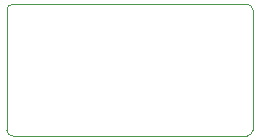
<source format=gbr>
G04 (created by PCBNEW (2013-07-07 BZR 4022)-stable) date 9/16/2014 9:18:02 AM*
%MOIN*%
G04 Gerber Fmt 3.4, Leading zero omitted, Abs format*
%FSLAX34Y34*%
G01*
G70*
G90*
G04 APERTURE LIST*
%ADD10C,0.00590551*%
%ADD11C,0.00393701*%
G04 APERTURE END LIST*
G54D10*
G54D11*
X84100Y-59200D02*
X91900Y-59200D01*
X83900Y-55000D02*
X83900Y-59000D01*
X91900Y-54800D02*
X84100Y-54800D01*
X92100Y-59000D02*
X92100Y-55000D01*
X83900Y-59000D02*
G75*
G03X84100Y-59200I200J0D01*
G74*
G01*
X91900Y-59200D02*
G75*
G03X92100Y-59000I0J200D01*
G74*
G01*
X92100Y-55000D02*
G75*
G03X91900Y-54800I-200J0D01*
G74*
G01*
X84100Y-54800D02*
G75*
G03X83900Y-55000I0J-200D01*
G74*
G01*
M02*

</source>
